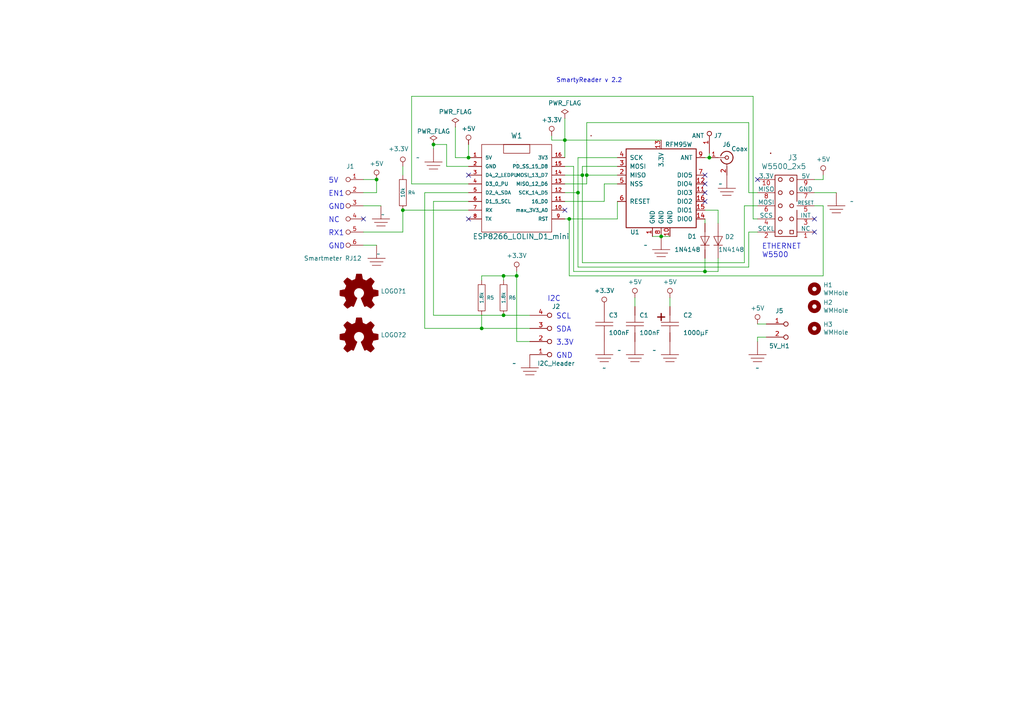
<source format=kicad_sch>
(kicad_sch (version 20211123) (generator eeschema)
  (paper "A4")
  (title_block (title "smartyreader_ng_lora v2.2 (P1)") (date "2022-10-03") (rev "v_2.1") (company "weigu.lu"))
  (lib_symbols
    (symbol "smartyreader_ng_lora-rescue:C+-weigu" (pin_numbers hide) (pin_names (offset 0.254) hide)
      (property "Reference" "C" (at 0.508 1.778 0))
      (property "Value" "C+-weigu" (at 0.508 -2.032 0))
      (symbol "C+-weigu_0_1"
        (polyline (pts (xy -2.54 -0.508) (xy 2.54 -0.508)))
        (polyline (pts (xy -2.54 0.508) (xy 2.54 0.508)))
        (polyline (pts (xy -2.54 1.016) (xy -2.54 3.048)) (stroke (width 0.3556)))
        (polyline (pts (xy -1.524 2.032) (xy -3.556 2.032)) (stroke (width 0.3556)))
        (polyline (pts (xy 0 -0.508) (xy 0 -2.54)))
        (polyline (pts (xy 0 2.54) (xy 0 0.508)))
      )
      (symbol "C+-weigu_1_1"
        (pin passive line (at 0 5.08 270) (length 2.54) (name "~") (number "1"))
        (pin passive line (at 0 -5.08 90) (length 2.54) (name "~") (number "2"))
      )
    )
    (symbol "smartyreader_ng_lora-rescue:C-weigu" (pin_numbers hide) (pin_names (offset 0.254) hide)
      (property "Reference" "C" (at -2.54 2.54 0))
      (property "Value" "C-weigu" (at 0.508 -2.032 0))
      (symbol "C-weigu_0_1"
        (polyline (pts (xy -2.54 -0.508) (xy 2.54 -0.508)))
        (polyline (pts (xy -2.54 0.508) (xy 2.54 0.508)))
        (polyline (pts (xy 0 -0.508) (xy 0 -2.54)))
        (polyline (pts (xy 0 2.54) (xy 0 0.508)))
      )
      (symbol "C-weigu_1_1"
        (pin passive line (at 0 5.08 270) (length 2.54) (name "~") (number "1"))
        (pin passive line (at 0 -5.08 90) (length 2.54) (name "~") (number "2"))
      )
    )
    (symbol "smartyreader_ng_lora-rescue:GND-weigu" (power) (pin_names (offset 0))
      (property "Value" "GND-weigu" (at 2.54 -2.54 0))
      (symbol "GND-weigu_0_1"
        (polyline (pts (xy -2.54 -3.81) (xy 2.54 -3.81)))
        (polyline (pts (xy -1.905 -4.826) (xy 1.905 -4.826)))
        (polyline (pts (xy -1.27 -5.842) (xy 1.27 -5.842)))
        (polyline (pts (xy 0 -3.81) (xy 0 0)))
      )
      (symbol "GND-weigu_1_1"
        (pin power_in line (at 0 0 270) (length 0) hide (name "~") (number "1"))
      )
    )
    (symbol "smartyreader_ng_lora-rescue:R-weigu" (pin_numbers hide) (pin_names (offset 0))
      (property "Reference" "R" (at 0 1.905 0))
      (property "Value" "R-weigu" (at 0 0 0))
      (symbol "R-weigu_0_1"
        (rectangle (start -3.81 1.016) (end 3.81 -1.016))
      )
      (symbol "R-weigu_1_1"
        (pin passive line (at -5.08 0 0) (length 1.27) (name "~") (number "1"))
        (pin passive line (at 5.08 0 180) (length 1.27) (name "~") (number "2"))
      )
    )
    (symbol "weigu:+3.3V" (power) (pin_numbers hide) (pin_names (offset 0) hide)
      (property "Value" "weigu_+3.3V" (at -0.254 4.064 0))
      (symbol "+3.3V_0_1"
        (circle (center 0 2.032) (radius 0.7112))
      )
      (symbol "+3.3V_1_1"
        (pin power_in line (at 0 0 90) (length 1.27) (name "+3.3V") (number "1"))
      )
    )
    (symbol "weigu:+5V" (power) (pin_numbers hide) (pin_names (offset 0) hide)
      (property "Value" "weigu_+5V" (at -0.254 4.064 0))
      (symbol "+5V_0_1"
        (circle (center 0 2.032) (radius 0.7112))
      )
      (symbol "+5V_1_1"
        (pin power_in line (at 0 0 90) (length 1.27) (name "+5V") (number "1"))
      )
    )
    (symbol "weigu:Conn_Coaxial" (pin_names (offset 1.016) hide)
      (property "Reference" "J" (at 0.254 3.048 0))
      (property "Value" "weigu_Conn_Coaxial" (at 2.921 0 90))
      (symbol "Conn_Coaxial_0_1"
        (arc (start -1.778 -0.508) (mid 0.222 -1.808) (end 1.778 0) (stroke (width 0.254)))
        (polyline (pts (xy -2.54 0) (xy -0.508 0)))
        (polyline (pts (xy 0 -2.54) (xy 0 -1.778)))
        (circle (center 0 0) (radius 0.508) (stroke (width 0.2032)))
        (arc (start 1.778 0) (mid 0.2221 1.8083) (end -1.778 0.508) (stroke (width 0.254)))
      )
      (symbol "Conn_Coaxial_1_1"
        (pin passive line (at -5.08 0 0) (length 2.54) (name "In") (number "1"))
        (pin passive line (at 0 -5.08 90) (length 2.54) (name "Ext") (number "2"))
      )
    )
    (symbol "weigu:Diode_small" (pin_numbers hide) (pin_names (offset 1.016) hide)
      (property "Reference" "D" (at -3.4544 -1.0668 0))
      (property "Value" "weigu_Diode_small" (at -5.588 2.54 0))
      (symbol "Diode_small_0_1"
        (polyline (pts (xy -2.54 0) (xy 2.54 0)))
        (polyline (pts (xy 1.27 1.27) (xy 1.27 -1.27)))
        (polyline (pts (xy -1.27 1.27) (xy 1.27 0) (xy -1.27 -1.27) (xy -1.27 1.27) (xy -1.27 1.27)))
      )
      (symbol "Diode_small_1_1"
        (pin passive line (at -5.08 0 0) (length 2.4892) (name "A") (number "1"))
        (pin passive line (at 5.08 0 180) (length 2.4892) (name "K") (number "2"))
      )
    )
    (symbol "weigu:ESP8266_LOLIN_D1_mini" (pin_names (offset 1.016))
      (property "Reference" "W" (at 0 -13.97 0))
      (property "Value" "weigu_ESP8266_LOLIN_D1_mini" (at 0 13.97 0))
      (symbol "ESP8266_LOLIN_D1_mini_0_1"
        (rectangle (start -10.16 12.7) (end 10.16 -12.7))
        (rectangle (start 0 7.62) (end 0 7.62))
        (rectangle (start 3.81 10.16) (end -3.81 12.7))
        (circle (center 21.59 15.24) (radius 0.0001))
        (circle (center 21.59 15.24) (radius 0.0001))
      )
      (symbol "ESP8266_LOLIN_D1_mini_1_1"
        (pin passive line (at -13.97 8.89 0) (length 3.81) (name "5V") (number "1"))
        (pin passive line (at 13.97 -6.35 180) (length 3.81) (name "max_3V3_A0") (number "10"))
        (pin passive line (at 13.97 -3.81 180) (length 3.81) (name "16_D0") (number "11"))
        (pin passive line (at 13.97 -1.27 180) (length 3.81) (name "SCK_14_D5") (number "12"))
        (pin passive line (at 13.97 1.27 180) (length 3.81) (name "MISO_12_D6") (number "13"))
        (pin passive line (at 13.97 3.81 180) (length 3.81) (name "MOSI_13_D7") (number "14"))
        (pin passive line (at 13.97 6.35 180) (length 3.81) (name "PD_SS_15_D8") (number "15"))
        (pin passive line (at 13.97 8.89 180) (length 3.81) (name "3V3") (number "16"))
        (pin passive line (at -13.97 6.35 0) (length 3.81) (name "GND") (number "2"))
        (pin passive line (at -13.97 3.81 0) (length 3.81) (name "D4_2_LEDPU") (number "3"))
        (pin passive line (at -13.97 1.27 0) (length 3.81) (name "D3_0_PU") (number "4"))
        (pin passive line (at -13.97 -1.27 0) (length 3.81) (name "D2_4_SDA") (number "5"))
        (pin passive line (at -13.97 -3.81 0) (length 3.81) (name "D1_5_SCL") (number "6"))
        (pin passive line (at -13.97 -6.35 0) (length 3.81) (name "RX") (number "7"))
        (pin passive line (at -13.97 -8.89 0) (length 3.81) (name "TX") (number "8"))
        (pin passive line (at 13.97 -8.89 180) (length 3.81) (name "RST") (number "9"))
      )
    )
    (symbol "weigu:Open_Hardware_Logo" (pin_names (offset 1.016))
      (property "Reference" "LOGO?" (at 0 6.985 0))
      (symbol "Open_Hardware_Logo_0_1"
        (polyline (pts (xy 3.3528 -4.3434) (xy 3.302 -4.318) (xy 3.175 -4.2418) (xy 2.9972 -4.1148) (xy 2.7686 -3.9624) (xy 2.54 -3.81) (xy 2.3622 -3.7084) (xy 2.2352 -3.6068) (xy 2.1844 -3.5814) (xy 2.159 -3.6068) (xy 2.0574 -3.6576) (xy 1.905 -3.7338) (xy 1.8034 -3.7846) (xy 1.6764 -3.8354) (xy 1.6002 -3.8354) (xy 1.6002 -3.8354) (xy 1.5494 -3.7338) (xy 1.4732 -3.5306) (xy 1.3462 -3.302) (xy 1.2446 -3.0226) (xy 1.1176 -2.7178) (xy 0.9652 -2.413) (xy 0.8636 -2.1082) (xy 0.7366 -1.8288) (xy 0.6604 -1.6256) (xy 0.6096 -1.4732) (xy 0.5842 -1.397) (xy 0.5842 -1.397) (xy 0.6604 -1.3208) (xy 0.7874 -1.2446) (xy 1.0414 -1.016) (xy 1.2954 -0.6858) (xy 1.4478 -0.3302) (xy 1.524 0.0762) (xy 1.4732 0.4572) (xy 1.3208 0.8128) (xy 1.0668 1.143) (xy 0.762 1.3716) (xy 0.4064 1.524) (xy 0 1.5748) (xy -0.381 1.5494) (xy -0.7366 1.397) (xy -1.0668 1.143) (xy -1.2192 0.9906) (xy -1.397 0.6604) (xy -1.524 0.3048) (xy -1.524 0.2286) (xy -1.4986 -0.1778) (xy -1.397 -0.5334) (xy -1.1938 -0.8636) (xy -0.9144 -1.143) (xy -0.8636 -1.1684) (xy -0.7366 -1.27) (xy -0.635 -1.3462) (xy -0.5842 -1.397) (xy -1.0668 -2.5908) (xy -1.143 -2.794) (xy -1.2954 -3.1242) (xy -1.397 -3.4036) (xy -1.4986 -3.6322) (xy -1.5748 -3.7846) (xy -1.6002 -3.8354) (xy -1.6002 -3.8354) (xy -1.651 -3.8354) (xy -1.7272 -3.81) (xy -1.905 -3.7338) (xy -2.0066 -3.683) (xy -2.1336 -3.6068) (xy -2.2098 -3.5814) (xy -2.2606 -3.6068) (xy -2.3622 -3.683) (xy -2.54 -3.81) (xy -2.7686 -3.9624) (xy -2.9718 -4.0894) (xy -3.1496 -4.2164) (xy -3.302 -4.318) (xy -3.3528 -4.3434) (xy -3.3782 -4.3434) (xy -3.429 -4.318) (xy -3.5306 -4.2164) (xy -3.7084 -4.064) (xy -3.937 -3.8354) (xy -3.9624 -3.81) (xy -4.1656 -3.6068) (xy -4.318 -3.4544) (xy -4.4196 -3.3274) (xy -4.445 -3.2766) (xy -4.445 -3.2766) (xy -4.4196 -3.2258) (xy -4.318 -3.0734) (xy -4.2164 -2.8956) (xy -4.064 -2.667) (xy -3.6576 -2.0828) (xy -3.8862 -1.5494) (xy -3.937 -1.3716) (xy -4.0386 -1.1684) (xy -4.0894 -1.0414) (xy -4.1148 -0.9652) (xy -4.191 -0.9398) (xy -4.318 -0.9144) (xy -4.5466 -0.8636) (xy -4.8006 -0.8128) (xy -5.0546 -0.7874) (xy -5.2578 -0.7366) (xy -5.4356 -0.7112) (xy -5.5118 -0.6858) (xy -5.5118 -0.6858) (xy -5.5372 -0.635) (xy -5.5372 -0.5588) (xy -5.5372 -0.4318) (xy -5.5626 -0.2286) (xy -5.5626 0.0762) (xy -5.5626 0.127) (xy -5.5372 0.4064) (xy -5.5372 0.635) (xy -5.5372 0.762) (xy -5.5372 0.8382) (xy -5.5372 0.8382) (xy -5.461 0.8382) (xy -5.3086 0.889) (xy -5.08 0.9144) (xy -4.826 0.9652) (xy -4.8006 0.9906) (xy -4.5466 1.0414) (xy -4.318 1.0668) (xy -4.1656 1.1176) (xy -4.0894 1.143) (xy -4.0894 1.143) (xy -4.0386 1.2446) (xy -3.9624 1.4224) (xy -3.8608 1.6256) (xy -3.7846 1.8288) (xy -3.7084 2.0066) (xy -3.6576 2.159) (xy -3.6322 2.2098) (xy -3.6322 2.2098) (xy -3.683 2.286) (xy -3.7592 2.413) (xy -3.8862 2.5908) (xy -4.064 2.8194) (xy -4.064 2.8448) (xy -4.2164 3.0734) (xy -4.3434 3.2512) (xy -4.4196 3.3782) (xy -4.445 3.4544) (xy -4.445 3.4544) (xy -4.3942 3.5052) (xy -4.2926 3.6322) (xy -4.1148 3.81) (xy -3.937 4.0132) (xy -3.8608 4.064) (xy -3.6576 4.2926) (xy -3.5052 4.4196) (xy -3.4036 4.4958) (xy -3.3528 4.5212) (xy -3.3528 4.5212) (xy -3.302 4.4704) (xy -3.1496 4.3688) (xy -2.9718 4.2418) (xy -2.7432 4.0894) (xy -2.7178 4.0894) (xy -2.4892 3.937) (xy -2.3114 3.81) (xy -2.1844 3.7084) (xy -2.1336 3.683) (xy -2.1082 3.683) (xy -2.032 3.7084) (xy -1.8542 3.7592) (xy -1.6764 3.8354) (xy -1.4732 3.937) (xy -1.27 4.0132) (xy -1.143 4.064) (xy -1.0668 4.1148) (xy -1.0668 4.1148) (xy -1.0414 4.191) (xy -1.016 4.3434) (xy -0.9652 4.572) (xy -0.9144 4.8514) (xy -0.889 4.9022) (xy -0.8382 5.1562) (xy -0.8128 5.3848) (xy -0.7874 5.5372) (xy -0.762 5.588) (xy -0.7112 5.6134) (xy -0.5842 5.6134) (xy -0.4064 5.6134) (xy -0.1524 5.6134) (xy 0.0762 5.6134) (xy 0.3302 5.6134) (xy 0.5334 5.6134) (xy 0.6858 5.588) (xy 0.7366 5.588) (xy 0.7366 5.588) (xy 0.762 5.5118) (xy 0.8128 5.334) (xy 0.8382 5.1054) (xy 0.9144 4.826) (xy 0.9144 4.7752) (xy 0.9652 4.5212) (xy 1.016 4.2926) (xy 1.0414 4.1402) (xy 1.0668 4.0894) (xy 1.0668 4.0894) (xy 1.1938 4.0386) (xy 1.3716 3.9624) (xy 1.5748 3.8608) (xy 2.0828 3.6576) (xy 2.7178 4.0894) (xy 2.7686 4.1402) (xy 2.9972 4.2926) (xy 3.175 4.4196) (xy 3.302 4.4958) (xy 3.3782 4.5212) (xy 3.3782 4.5212) (xy 3.429 4.4704) (xy 3.556 4.3434) (xy 3.7338 4.191) (xy 3.9116 3.9878) (xy 4.064 3.8354) (xy 4.2418 3.6576) (xy 4.3434 3.556) (xy 4.4196 3.4798) (xy 4.4196 3.429) (xy 4.4196 3.4036) (xy 4.3942 3.3274) (xy 4.2926 3.2004) (xy 4.1656 2.9972) (xy 4.0132 2.794) (xy 3.8862 2.5908) (xy 3.7592 2.3876) (xy 3.6576 2.2352) (xy 3.6322 2.159) (xy 3.6322 2.1336) (xy 3.683 2.0066) (xy 3.7592 1.8288) (xy 3.8608 1.6002) (xy 4.064 1.1176) (xy 4.3942 1.0414) (xy 4.5974 1.016) (xy 4.8768 0.9652) (xy 5.1308 0.9144) (xy 5.5372 0.8382) (xy 5.5626 -0.6604) (xy 5.4864 -0.6858) (xy 5.4356 -0.6858) (xy 5.2832 -0.7366) (xy 5.0546 -0.762) (xy 4.8006 -0.8128) (xy 4.5974 -0.8636) (xy 4.3688 -0.9144) (xy 4.2164 -0.9398) (xy 4.1402 -0.9398) (xy 4.1148 -0.9652) (xy 4.064 -1.0668) (xy 3.9878 -1.2446) (xy 3.9116 -1.4478) (xy 3.81 -1.651) (xy 3.7338 -1.8542) (xy 3.683 -2.0066) (xy 3.6576 -2.0828) (xy 3.683 -2.1336) (xy 3.7846 -2.2606) (xy 3.8862 -2.4638) (xy 4.0386 -2.667) (xy 4.191 -2.8956) (xy 4.318 -3.0734) (xy 4.3942 -3.2004) (xy 4.445 -3.2766) (xy 4.4196 -3.3274) (xy 4.3434 -3.429) (xy 4.1656 -3.5814) (xy 3.937 -3.8354) (xy 3.8862 -3.8608) (xy 3.683 -4.064) (xy 3.5306 -4.2164) (xy 3.4036 -4.318) (xy 3.3528 -4.3434)) (fill (type outline)))
      )
    )
    (symbol "weigu:PWR_FLAG" (power) (pin_numbers hide) (pin_names (offset 0) hide)
      (property "Value" "weigu_PWR_FLAG" (at 0 3.81 0))
      (symbol "PWR_FLAG_0_0"
        (pin power_out line (at 0 0 90) (length 0) (name "pwr") (number "1"))
      )
      (symbol "PWR_FLAG_0_1"
        (polyline (pts (xy 0 0) (xy 0 1.27) (xy -1.016 1.905) (xy 0 2.54) (xy 1.016 1.905) (xy 0 1.27)))
      )
    )
    (symbol "weigu:RFM95W-868S2" (pin_names (offset 1.016))
      (property "Reference" "U" (at -10.414 11.684 0))
      (property "Value" "weigu_RFM95W-868S2" (at 1.524 11.43 0))
      (symbol "RFM95W-868S2_0_1"
        (rectangle (start -10.16 10.16) (end 10.16 -12.7) (stroke (width 0.254)))
      )
      (symbol "RFM95W-868S2_1_1"
        (pin power_in line (at -2.54 -15.24 90) (length 2.54) (name "GND") (number "1"))
        (pin power_in line (at 2.54 -15.24 90) (length 2.54) (name "GND") (number "10"))
        (pin bidirectional line (at 12.7 -2.54 180) (length 2.54) (name "DIO3") (number "11"))
        (pin bidirectional line (at 12.7 0 180) (length 2.54) (name "DIO4") (number "12"))
        (pin power_in line (at 0 12.7 270) (length 2.54) (name "3.3V") (number "13"))
        (pin bidirectional line (at 12.7 -10.16 180) (length 2.54) (name "DIO0") (number "14"))
        (pin bidirectional line (at 12.7 -7.62 180) (length 2.54) (name "DIO1") (number "15"))
        (pin bidirectional line (at 12.7 -5.08 180) (length 2.54) (name "DIO2") (number "16"))
        (pin output line (at -12.7 2.54 0) (length 2.54) (name "MISO") (number "2"))
        (pin input line (at -12.7 5.08 0) (length 2.54) (name "MOSI") (number "3"))
        (pin input line (at -12.7 7.62 0) (length 2.54) (name "SCK") (number "4"))
        (pin input line (at -12.7 0 0) (length 2.54) (name "NSS") (number "5"))
        (pin bidirectional line (at -12.7 -5.08 0) (length 2.54) (name "RESET") (number "6"))
        (pin bidirectional line (at 12.7 2.54 180) (length 2.54) (name "DIO5") (number "7"))
        (pin power_in line (at 0 -15.24 90) (length 2.54) (name "GND") (number "8"))
        (pin bidirectional line (at 12.7 7.62 180) (length 2.54) (name "ANT") (number "9"))
      )
    )
    (symbol "weigu:SIL1x1L" (pin_names (offset 1.016) hide)
      (property "Reference" "J" (at 0 3.81 0))
      (property "Value" "weigu_SIL1x1L" (at 0 -2.54 0))
      (symbol "SIL1x1L_1_1"
        (pin passive inverted (at -2.54 0 0) (length 6.35) (name "11") (number "1"))
      )
    )
    (symbol "weigu:SIL1x2L" (pin_names (offset 1.016) hide)
      (property "Reference" "J" (at 1.27 5.08 0))
      (property "Value" "weigu_SIL1x2L" (at 1.27 -5.08 0))
      (symbol "SIL1x2L_1_1"
        (pin passive inverted (at -2.54 1.27 0) (length 6.35) (name "11") (number "1"))
        (pin passive inverted (at -2.54 -2.54 0) (length 6.35) (name "12") (number "2"))
      )
    )
    (symbol "weigu:SIL1x4R" (pin_names (offset 1.016) hide)
      (property "Reference" "J" (at 1.27 8.89 0))
      (property "Value" "weigu_SIL1x4R" (at 1.27 -8.89 0))
      (symbol "SIL1x4R_1_1"
        (pin passive inverted (at 2.54 5.08 180) (length 6.35) (name "11") (number "1"))
        (pin passive inverted (at 2.54 1.27 180) (length 6.35) (name "12") (number "2"))
        (pin passive inverted (at 2.54 -2.54 180) (length 6.35) (name "13") (number "3"))
        (pin passive inverted (at 2.54 -6.35 180) (length 6.35) (name "14") (number "4"))
      )
    )
    (symbol "weigu:SIL1x6R" (pin_names (offset 1.016) hide)
      (property "Reference" "J" (at 0 12.7 0))
      (property "Value" "weigu_SIL1x6R" (at -5.08 0 90))
      (symbol "SIL1x6R_0_1"
        (pin passive inverted (at 1.27 8.89 180) (length 5.08) (name "1") (number "1"))
        (pin passive inverted (at 1.27 5.08 180) (length 5.08) (name "2") (number "2"))
        (pin passive inverted (at 1.27 1.27 180) (length 5.08) (name "3") (number "3"))
        (pin passive inverted (at 1.27 -2.54 180) (length 5.08) (name "4") (number "4"))
        (pin passive inverted (at 1.27 -6.35 180) (length 5.08) (name "5") (number "5"))
        (pin passive inverted (at 1.27 -10.16 180) (length 5.08) (name "6") (number "6"))
      )
    )
    (symbol "weigu:W5500_2x5" (pin_names (offset 0))
      (property "Reference" "J" (at 0 7.62 0))
      (property "Value" "W5500_2x5" (at 0.762 -2.286 90))
      (symbol "W5500_2x5_0_1"
        (rectangle (start -2.54 -3.81) (end -2.54 -11.43) (stroke (width 0.2032)))
        (rectangle (start -1.524 -10.668) (end -0.508 -9.652) (stroke (width 0.2032)))
        (circle (center -1.016 -6.35) (radius 0.5588) (stroke (width 0.2032)))
        (circle (center -1.016 -2.54) (radius 0.5588) (stroke (width 0.2032)))
        (circle (center -1.016 1.27) (radius 0.5588) (stroke (width 0.2032)))
        (circle (center -1.016 5.08) (radius 0.5588) (stroke (width 0.2032)))
        (polyline (pts (xy -2.54 -11.43) (xy 3.81 -11.43) (xy 3.81 6.35) (xy -2.54 6.35) (xy -2.54 -1.27) (xy -2.54 -1.27)) (stroke (width 0.2032)))
        (circle (center 2.286 -10.16) (radius 0.5588) (stroke (width 0.2032)))
        (circle (center 2.286 -6.35) (radius 0.5588) (stroke (width 0.2032)))
        (circle (center 2.286 -2.54) (radius 0.5588) (stroke (width 0.2032)))
        (circle (center 2.286 1.27) (radius 0.5588) (stroke (width 0.2032)))
        (circle (center 2.286 5.08) (radius 0.5588) (stroke (width 0.2032)))
        (circle (center 5.08 12.7) (radius 0.0001) (stroke (width 0.2032)))
      )
      (symbol "W5500_2x5_1_1"
        (pin passive line (at -7.62 -10.16 0) (length 5.08) (name "NC") (number "1"))
        (pin passive line (at 8.89 5.08 180) (length 5.08) (name "3.3V") (number "10"))
        (pin passive line (at 8.89 -10.16 180) (length 5.08) (name "SCKL") (number "2"))
        (pin passive line (at -7.62 -6.35 0) (length 5.08) (name "INT") (number "3"))
        (pin passive line (at 8.89 -6.35 180) (length 5.08) (name "SCS") (number "4"))
        (pin passive line (at -7.62 -2.54 0) (length 5.08) (name "RESET") (number "5"))
        (pin passive line (at 8.89 -2.54 180) (length 5.08) (name "MOSI") (number "6"))
        (pin passive line (at -7.62 1.27 0) (length 5.08) (name "GND") (number "7"))
        (pin passive line (at 8.89 1.27 180) (length 5.08) (name "MISO") (number "8"))
        (pin passive line (at -7.62 5.08 0) (length 5.08) (name "5V") (number "9"))
      )
    )
    (symbol "weigu:WMHole" (pin_names (offset 1.016))
      (property "Reference" "H" (at 0 5.08 0))
      (property "Value" "weigu_WMHole" (at 0 3.175 0))
      (symbol "WMHole_0_1"
        (circle (center 0 0) (radius 1.27) (stroke (width 1.27)))
      )
    )
  )
  (junction (at 191.77 68.58))
  (junction (at 116.84 60.96))
  (junction (at 146.05 80.01))
  (junction (at 125.73 41.91))
  (junction (at 167.64 55.88))
  (junction (at 170.18 50.8))
  (junction (at 205.74 45.72))
  (junction (at 146.05 91.44))
  (junction (at 163.83 40.64))
  (junction (at 149.86 80.01))
  (junction (at 135.89 45.72))
  (junction (at 204.47 78.74))
  (junction (at 139.7 95.25))
  (junction (at 165.1 63.5))
  (junction (at 109.22 52.07))
  (junction (at 168.91 50.8))
  (no_connect (at 135.89 63.5))
  (no_connect (at 204.47 53.34))
  (no_connect (at 204.47 55.88))
  (no_connect (at 204.47 50.8))
  (no_connect (at 163.83 60.96))
  (no_connect (at 135.89 50.8))
  (no_connect (at 236.22 63.5))
  (no_connect (at 219.71 52.07))
  (no_connect (at 105.41 63.5))
  (no_connect (at 204.47 58.42))
  (no_connect (at 236.22 67.31))
  (wire (pts (xy 146.05 80.01) (xy 146.05 81.28)))
  (wire (pts (xy 167.64 77.47) (xy 217.17 77.47)))
  (wire (pts (xy 163.83 48.26) (xy 166.37 48.26)))
  (wire (pts (xy 119.38 53.34) (xy 135.89 53.34)))
  (wire (pts (xy 165.1 63.5) (xy 179.07 63.5)))
  (wire (pts (xy 163.83 40.64) (xy 191.77 40.64)))
  (wire (pts (xy 217.17 67.31) (xy 219.71 67.31)))
  (wire (pts (xy 218.44 27.94) (xy 218.44 63.5)))
  (wire (pts (xy 139.7 95.25) (xy 153.67 95.25)))
  (wire (pts (xy 204.47 60.96) (xy 208.28 60.96)))
  (wire (pts (xy 163.83 40.64) (xy 163.83 45.72)))
  (wire (pts (xy 146.05 91.44) (xy 153.67 91.44)))
  (wire (pts (xy 175.26 53.34) (xy 175.26 58.42)))
  (wire (pts (xy 167.64 45.72) (xy 179.07 45.72)))
  (wire (pts (xy 217.17 55.88) (xy 217.17 35.56)))
  (wire (pts (xy 194.31 86.36) (xy 194.31 88.9)))
  (wire (pts (xy 146.05 80.01) (xy 149.86 80.01)))
  (wire (pts (xy 163.83 53.34) (xy 170.18 53.34)))
  (wire (pts (xy 105.41 52.07) (xy 109.22 52.07)))
  (wire (pts (xy 135.89 58.42) (xy 125.73 58.42)))
  (wire (pts (xy 170.18 53.34) (xy 170.18 50.8)))
  (wire (pts (xy 125.73 91.44) (xy 146.05 91.44)))
  (wire (pts (xy 166.37 78.74) (xy 166.37 48.26)))
  (wire (pts (xy 204.47 63.5) (xy 204.47 64.77)))
  (wire (pts (xy 163.83 63.5) (xy 165.1 63.5)))
  (wire (pts (xy 167.64 55.88) (xy 167.64 45.72)))
  (wire (pts (xy 215.9 59.69) (xy 215.9 76.2)))
  (wire (pts (xy 125.73 41.91) (xy 129.54 41.91)))
  (wire (pts (xy 116.84 60.96) (xy 135.89 60.96)))
  (wire (pts (xy 217.17 55.88) (xy 219.71 55.88)))
  (wire (pts (xy 125.73 58.42) (xy 125.73 91.44)))
  (wire (pts (xy 123.19 95.25) (xy 139.7 95.25)))
  (wire (pts (xy 135.89 41.91) (xy 135.89 45.72)))
  (wire (pts (xy 204.47 45.72) (xy 205.74 45.72)))
  (wire (pts (xy 149.86 99.06) (xy 153.67 99.06)))
  (wire (pts (xy 236.22 55.88) (xy 242.57 55.88)))
  (wire (pts (xy 215.9 59.69) (xy 219.71 59.69)))
  (wire (pts (xy 238.76 80.01) (xy 165.1 80.01)))
  (wire (pts (xy 165.1 80.01) (xy 165.1 63.5)))
  (wire (pts (xy 139.7 81.28) (xy 139.7 80.01)))
  (wire (pts (xy 119.38 27.94) (xy 218.44 27.94)))
  (wire (pts (xy 109.22 55.88) (xy 109.22 52.07)))
  (wire (pts (xy 105.41 55.88) (xy 109.22 55.88)))
  (wire (pts (xy 208.28 74.93) (xy 208.28 78.74)))
  (wire (pts (xy 139.7 95.25) (xy 139.7 91.44)))
  (wire (pts (xy 168.91 48.26) (xy 179.07 48.26)))
  (wire (pts (xy 184.15 86.36) (xy 184.15 88.9)))
  (wire (pts (xy 105.41 71.12) (xy 109.22 71.12)))
  (wire (pts (xy 170.18 35.56) (xy 217.17 35.56)))
  (wire (pts (xy 149.86 78.74) (xy 149.86 80.01)))
  (wire (pts (xy 116.84 67.31) (xy 116.84 60.96)))
  (wire (pts (xy 168.91 50.8) (xy 168.91 76.2)))
  (wire (pts (xy 204.47 78.74) (xy 166.37 78.74)))
  (wire (pts (xy 170.18 50.8) (xy 179.07 50.8)))
  (wire (pts (xy 125.73 43.18) (xy 125.73 41.91)))
  (wire (pts (xy 167.64 55.88) (xy 167.64 77.47)))
  (wire (pts (xy 160.02 39.37) (xy 160.02 40.64)))
  (wire (pts (xy 170.18 35.56) (xy 170.18 50.8)))
  (wire (pts (xy 208.28 78.74) (xy 204.47 78.74)))
  (wire (pts (xy 189.23 68.58) (xy 191.77 68.58)))
  (wire (pts (xy 205.74 44.45) (xy 205.74 45.72)))
  (wire (pts (xy 238.76 52.07) (xy 238.76 50.8)))
  (wire (pts (xy 105.41 59.69) (xy 110.49 59.69)))
  (wire (pts (xy 139.7 80.01) (xy 146.05 80.01)))
  (wire (pts (xy 105.41 67.31) (xy 116.84 67.31)))
  (wire (pts (xy 163.83 50.8) (xy 168.91 50.8)))
  (wire (pts (xy 119.38 53.34) (xy 119.38 27.94)))
  (wire (pts (xy 168.91 50.8) (xy 168.91 48.26)))
  (wire (pts (xy 219.71 97.79) (xy 222.25 97.79)))
  (wire (pts (xy 179.07 53.34) (xy 175.26 53.34)))
  (wire (pts (xy 116.84 48.26) (xy 116.84 50.8)))
  (wire (pts (xy 160.02 40.64) (xy 163.83 40.64)))
  (wire (pts (xy 129.54 48.26) (xy 135.89 48.26)))
  (wire (pts (xy 179.07 63.5) (xy 179.07 58.42)))
  (wire (pts (xy 163.83 58.42) (xy 175.26 58.42)))
  (wire (pts (xy 217.17 77.47) (xy 217.17 67.31)))
  (wire (pts (xy 219.71 93.98) (xy 222.25 93.98)))
  (wire (pts (xy 204.47 74.93) (xy 204.47 78.74)))
  (wire (pts (xy 219.71 99.06) (xy 219.71 97.79)))
  (wire (pts (xy 123.19 55.88) (xy 135.89 55.88)))
  (wire (pts (xy 236.22 52.07) (xy 238.76 52.07)))
  (wire (pts (xy 123.19 55.88) (xy 123.19 95.25)))
  (wire (pts (xy 168.91 76.2) (xy 215.9 76.2)))
  (wire (pts (xy 163.83 34.29) (xy 163.83 40.64)))
  (wire (pts (xy 163.83 55.88) (xy 167.64 55.88)))
  (wire (pts (xy 149.86 80.01) (xy 149.86 99.06)))
  (wire (pts (xy 236.22 59.69) (xy 238.76 59.69)))
  (wire (pts (xy 238.76 59.69) (xy 238.76 80.01)))
  (wire (pts (xy 191.77 68.58) (xy 194.31 68.58)))
  (wire (pts (xy 132.08 45.72) (xy 135.89 45.72)))
  (wire (pts (xy 132.08 36.83) (xy 132.08 45.72)))
  (wire (pts (xy 208.28 60.96) (xy 208.28 64.77)))
  (wire (pts (xy 218.44 63.5) (xy 219.71 63.5)))
  (wire (pts (xy 129.54 41.91) (xy 129.54 48.26)))
  (text "EN1" (at 95.25 57.15 0) (effects (font (size 1.524 1.524)) (justify left bottom)))
  (text "SCL" (at 161.29 92.71 0) (effects (font (size 1.524 1.524)) (justify left bottom)))
  (text "5V" (at 95.25 53.34 0) (effects (font (size 1.524 1.524)) (justify left bottom)))
  (text "GND" (at 161.29 104.14 0) (effects (font (size 1.524 1.524)) (justify left bottom)))
  (text "GND" (at 95.25 60.96 0) (effects (font (size 1.524 1.524)) (justify left bottom)))
  (text "NC" (at 95.25 64.77 0) (effects (font (size 1.524 1.524)) (justify left bottom)))
  (text "GND" (at 95.25 72.39 0) (effects (font (size 1.524 1.524)) (justify left bottom)))
  (text "SDA" (at 161.29 96.52 0) (effects (font (size 1.524 1.524)) (justify left bottom)))
  (text "SmartyReader v 2.2" (at 161.29 24.13 0) (effects (font (size 1.27 1.27)) (justify left bottom)))
  (text "ETHERNET\nW5500" (at 220.98 74.93 0) (effects (font (size 1.524 1.524)) (justify left bottom)))
  (text "3.3V" (at 161.29 100.33 0) (effects (font (size 1.524 1.524)) (justify left bottom)))
  (text "I2C" (at 158.75 87.63 0) (effects (font (size 1.524 1.524)) (justify left bottom)))
  (text "RX1" (at 95.25 68.58 0) (effects (font (size 1.524 1.524)) (justify left bottom)))
  (symbol (lib_id "smartyreader_ng_lora-rescue:C-weigu") (at 184.15 93.98 0) (unit 1)
    (property "Reference" "C1" (at 185.42 91.44 0) (effects (justify left)))
    (property "Value" "100nF" (at 185.42 96.52 0) (effects (justify left)))
    (property "Footprint" "weigu:WC1" (effects hide))
  )
  (symbol (lib_id "weigu:SIL1x6R") (at 104.14 60.96 0) (unit 1)
    (property "Reference" "J1" (at 101.6 48.26 0))
    (property "Value" "Smartmeter RJ12" (at 96.52 74.93 0))
    (property "Footprint" "weigu:WRJ12" (effects hide))
  )
  (symbol (lib_id "smartyreader_ng_lora-rescue:R-weigu") (at 116.84 55.88 270) (unit 1)
    (property "Reference" "R4" (at 119.38 55.88 90) (effects (font (size 1.016 1.016))))
    (property "Value" "10k" (at 116.84 55.88 0) (effects (font (size 1.016 1.016))))
    (property "Footprint" "weigu:WR4" (effects hide))
  )
  (symbol (lib_id "weigu:SIL1x4R") (at 156.21 97.79 180) (unit 1)
    (property "Reference" "J2" (at 161.29 88.9 0))
    (property "Value" "I2C_Header" (at 161.29 105.41 0))
    (property "Footprint" "weigu:WSIL4_SL" (effects hide))
  )
  (symbol (lib_id "weigu:ESP8266_LOLIN_D1_mini") (at 149.86 54.61 0) (unit 1)
    (property "Reference" "W1" (at 149.86 39.37 0) (effects (font (size 1.524 1.524))))
    (property "Value" "ESP8266_LOLIN_D1_mini" (at 151.13 68.58 0) (effects (font (size 1.524 1.524))))
    (property "Footprint" "weigu:WWEMOSD1" (effects hide))
  )
  (symbol (lib_id "smartyreader_ng_lora-rescue:R-weigu") (at 146.05 86.36 270) (unit 1)
    (property "Reference" "R6" (at 148.59 86.36 90) (effects (font (size 1.016 1.016))))
    (property "Value" "1.8k" (at 146.05 86.36 0) (effects (font (size 1.016 1.016))))
    (property "Footprint" "weigu:W0805" (effects hide))
  )
  (symbol (lib_id "smartyreader_ng_lora-rescue:R-weigu") (at 139.7 86.36 270) (unit 1)
    (property "Reference" "R5" (at 142.24 86.36 90) (effects (font (size 1.016 1.016))))
    (property "Value" "1.8k" (at 139.7 86.36 0) (effects (font (size 1.016 1.016))))
    (property "Footprint" "weigu:W0805" (effects hide))
  )
  (symbol (lib_id "weigu:SIL1x2L") (at 224.79 95.25 0) (unit 1)
    (property "Reference" "J5" (at 226.06 90.17 0))
    (property "Value" "5V_H1" (at 226.06 100.33 0))
    (property "Footprint" "weigu:WSIL2_SL" (effects hide))
  )
  (symbol (lib_id "smartyreader_ng_lora-rescue:C+-weigu") (at 194.31 93.98 0) (unit 1)
    (property "Reference" "C2" (at 198.12 91.44 0) (effects (justify left)))
    (property "Value" "1000µF" (at 198.12 96.52 0) (effects (justify left)))
    (property "Footprint" "weigu:WC1V" (effects hide))
  )
  (symbol (lib_id "smartyreader_ng_lora-rescue:GND-weigu") (at 109.22 71.12 0) (unit 1)
    (property "Reference" "#GND01" (effects hide))
    (property "Value" "GND" (at 109.22 73.66 0) (effects (justify left)))
  )
  (symbol (lib_id "weigu:+3.3V") (at 149.86 78.74 0) (unit 1)
    (property "Reference" "#PWR04" (effects hide))
    (property "Value" "+3.3V" (at 149.86 74.1426 0))
  )
  (symbol (lib_id "smartyreader_ng_lora-rescue:C-weigu") (at 175.26 93.98 0) (unit 1)
    (property "Reference" "C3" (at 176.53 91.44 0) (effects (justify left)))
    (property "Value" "100nF" (at 176.53 96.52 0) (effects (justify left)))
    (property "Footprint" "weigu:WC1" (effects hide))
  )
  (symbol (lib_id "weigu:+3.3V") (at 175.26 88.9 0) (unit 1)
    (property "Reference" "#PWR06" (effects hide))
    (property "Value" "+3.3V" (at 175.26 84.3026 0))
  )
  (symbol (lib_id "smartyreader_ng_lora-rescue:GND-weigu") (at 194.31 99.06 0) (unit 1)
    (property "Reference" "#GND08" (effects hide))
    (property "Value" "GND" (at 189.23 101.6 0) (effects (justify left)))
  )
  (symbol (lib_id "weigu:RFM95W-868S2") (at 191.77 53.34 0) (unit 1)
    (property "Reference" "U1" (at 184.15 67.31 0))
    (property "Value" "RFM95W" (at 196.85 41.91 0))
    (property "Footprint" "RF_Module:HOPERF_RFM9XW_SMD" (effects hide))
    (property "Datasheet" "https://www.hoperf.com/data/upload/portal/20181127/5bfcbea20e9ef.pdf" (effects hide))
  )
  (symbol (lib_id "smartyreader_ng_lora-rescue:GND-weigu") (at 184.15 99.06 0) (unit 1)
    (property "Reference" "#GND06" (effects hide))
    (property "Value" "GND" (at 179.07 101.6 0) (effects (justify left)))
  )
  (symbol (lib_id "smartyreader_ng_lora-rescue:GND-weigu") (at 219.71 99.06 0) (unit 1)
    (property "Reference" "#GND011" (effects hide))
    (property "Value" "GND" (at 219.71 106.7562 0))
  )
  (symbol (lib_id "smartyreader_ng_lora-rescue:GND-weigu") (at 153.67 102.87 0) (unit 1)
    (property "Reference" "#GND04" (effects hide))
    (property "Value" "GND" (at 148.59 105.41 0) (effects (justify left)))
  )
  (symbol (lib_id "smartyreader_ng_lora-rescue:GND-weigu") (at 191.77 68.58 0) (unit 1)
    (property "Reference" "#GND07" (effects hide))
    (property "Value" "GND" (at 186.69 71.12 0) (effects (justify left)))
  )
  (symbol (lib_id "smartyreader_ng_lora-rescue:GND-weigu") (at 175.26 99.06 0) (unit 1)
    (property "Reference" "#GND05" (effects hide))
    (property "Value" "GND" (at 175.26 106.7562 0))
  )
  (symbol (lib_id "smartyreader_ng_lora-rescue:GND-weigu") (at 110.49 59.69 0) (unit 1)
    (property "Reference" "#GND02" (effects hide))
    (property "Value" "GND" (at 110.49 62.23 0) (effects (justify left)))
  )
  (symbol (lib_id "weigu:SIL1x1L") (at 205.74 41.91 90) (unit 1)
    (property "Reference" "J7" (at 207.01 39.37 90) (effects (justify right)))
    (property "Value" "ANT" (at 200.66 39.37 90) (effects (justify right)))
    (property "Footprint" "weigu:WPin_1mm" (effects hide))
  )
  (symbol (lib_id "weigu:Conn_Coaxial") (at 210.82 45.72 0) (unit 1)
    (property "Reference" "J6" (at 209.55 41.91 0) (effects (justify left)))
    (property "Value" "Coax" (at 212.09 43.18 0) (effects (justify left)))
    (property "Footprint" "Connector_Coaxial:U.FL_Molex_MCRF_73412-0110_Vertical" (effects hide))
    (property "Datasheet" " ~" (effects hide))
  )
  (symbol (lib_id "smartyreader_ng_lora-rescue:GND-weigu") (at 210.82 50.8 0) (unit 1)
    (property "Reference" "#GND010" (effects hide))
    (property "Value" "GND" (at 209.55 53.34 0) (effects (justify right)))
  )
  (symbol (lib_id "weigu:+3.3V") (at 116.84 48.26 0) (unit 1)
    (property "Reference" "#PWR0101" (effects hide))
    (property "Value" "+3.3V" (at 115.57 43.18 0))
  )
  (symbol (lib_id "weigu:PWR_FLAG") (at 125.73 41.91 0) (unit 1)
    (property "Reference" "#FLG0101" (effects hide))
    (property "Value" "PWR_FLAG" (at 125.73 38.1 0))
  )
  (symbol (lib_id "weigu:+3.3V") (at 160.02 39.37 0) (unit 1)
    (property "Reference" "#PWR0103" (effects hide))
    (property "Value" "+3.3V" (at 160.02 34.7726 0))
  )
  (symbol (lib_id "smartyreader_ng_lora-rescue:GND-weigu") (at 125.73 43.18 0) (unit 1)
    (property "Reference" "#GND0101" (effects hide))
    (property "Value" "GND" (at 120.65 45.72 0) (effects (justify left)))
  )
  (symbol (lib_id "weigu:+5V") (at 238.76 50.8 0) (unit 1)
    (property "Reference" "#PWR0105" (effects hide))
    (property "Value" "+5V" (at 238.76 46.2026 0))
  )
  (symbol (lib_id "weigu:PWR_FLAG") (at 132.08 36.83 0) (unit 1)
    (property "Reference" "#FLG0102" (effects hide))
    (property "Value" "PWR_FLAG" (at 132.08 32.4358 0))
  )
  (symbol (lib_id "weigu:+5V") (at 135.89 41.91 0) (unit 1)
    (property "Reference" "#PWR0104" (effects hide))
    (property "Value" "+5V" (at 135.89 37.3126 0))
  )
  (symbol (lib_id "weigu:+5V") (at 109.22 52.07 0) (unit 1)
    (property "Reference" "#PWR0102" (effects hide))
    (property "Value" "+5V" (at 109.22 47.4726 0))
  )
  (symbol (lib_id "weigu:+5V") (at 184.15 86.36 0) (unit 1)
    (property "Reference" "#PWR0106" (effects hide))
    (property "Value" "+5V" (at 184.15 81.7626 0))
  )
  (symbol (lib_id "weigu:+5V") (at 194.31 86.36 0) (unit 1)
    (property "Reference" "#PWR0107" (effects hide))
    (property "Value" "+5V" (at 194.31 81.7626 0))
  )
  (symbol (lib_id "weigu:+5V") (at 219.71 93.98 0) (unit 1)
    (property "Reference" "#PWR0108" (effects hide))
    (property "Value" "+5V" (at 219.71 89.3826 0))
  )
  (symbol (lib_id "weigu:PWR_FLAG") (at 163.83 34.29 0) (unit 1)
    (property "Reference" "#FLG0103" (effects hide))
    (property "Value" "PWR_FLAG" (at 163.83 29.8958 0))
  )
  (symbol (lib_id "weigu:Open_Hardware_Logo") (at 104.14 85.09 0) (unit 1)
    (property "Reference" "LOGO?1" (at 110.4138 84.455 0) (effects (justify left)))
    (property "Value" "Open_Hardware_Logo" (effects hide))
    (property "Footprint" "Symbol:OSHW-Logo_5.7x6mm_SilkScreen" (effects hide))
  )
  (symbol (lib_id "weigu:Open_Hardware_Logo") (at 104.14 97.79 0) (unit 1)
    (property "Reference" "LOGO?2" (at 110.4138 97.155 0) (effects (justify left)))
    (property "Value" "Open_Hardware_Logo" (effects hide))
    (property "Footprint" "Symbol:OSHW-Logo_5.7x6mm_SilkScreen" (effects hide))
  )
  (symbol (lib_id "weigu:Diode_small") (at 204.47 69.85 270) (unit 1)
    (property "Reference" "D1" (at 199.39 68.58 90) (effects (justify left)))
    (property "Value" "1N4148" (at 195.58 72.39 90) (effects (justify left)))
    (property "Footprint" "weigu:W0805" (effects hide))
  )
  (symbol (lib_id "weigu:Diode_small") (at 208.28 69.85 270) (unit 1)
    (property "Reference" "D2" (at 210.2612 68.6816 90) (effects (justify left)))
    (property "Value" "1N4148" (at 208.28 72.39 90) (effects (justify left)))
    (property "Footprint" "weigu:W0805" (effects hide))
  )
  (symbol (lib_id "weigu:WMHole") (at 236.22 83.82 0) (unit 1)
    (property "Reference" "H1" (at 238.76 82.6516 0) (effects (justify left)))
    (property "Value" "WMHole" (at 238.76 84.963 0) (effects (justify left)))
    (property "Footprint" "weigu:WPin_3mm" (effects hide))
  )
  (symbol (lib_id "weigu:WMHole") (at 236.22 88.9 0) (unit 1)
    (property "Reference" "H2" (at 238.76 87.7316 0) (effects (justify left)))
    (property "Value" "WMHole" (at 238.76 90.043 0) (effects (justify left)))
    (property "Footprint" "weigu:WPin_3mm" (effects hide))
  )
  (symbol (lib_id "smartyreader_ng_lora-rescue:GND-weigu") (at 242.57 55.88 0) (unit 1)
    (property "Reference" "#GND0102" (effects hide))
    (property "Value" "GND" (at 247.65 58.42 0) (effects (justify right)))
  )
  (symbol (lib_id "weigu:W5500_2x5") (at 228.6 57.15 0) (mirror y) (unit 1)
    (property "Reference" "J3" (at 229.87 45.72 0) (effects (font (size 1.524 1.524))))
    (property "Value" "W5500_2x5" (at 227.33 48.26 0) (effects (font (size 1.524 1.524))))
    (property "Footprint" "weigu:WW5500" (effects hide))
  )
  (symbol (lib_id "weigu:WMHole") (at 236.22 95.25 0) (unit 1)
    (property "Reference" "H3" (at 238.76 94.0816 0) (effects (justify left)))
    (property "Value" "WMHole" (at 238.76 96.393 0) (effects (justify left)))
    (property "Footprint" "weigu:WPin_3mm" (effects hide))
  )
)
</source>
